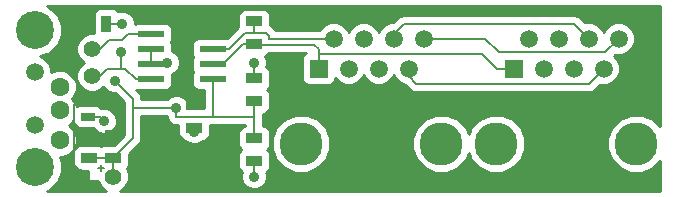
<source format=gbl>
G04 (created by PCBNEW-RS274X (2011-07-08)-stable) date Fri 25 Nov 2011 09:09:20 PM EST*
G01*
G70*
G90*
%MOIN*%
G04 Gerber Fmt 3.4, Leading zero omitted, Abs format*
%FSLAX34Y34*%
G04 APERTURE LIST*
%ADD10C,0.006000*%
%ADD11C,0.006300*%
%ADD12C,0.059100*%
%ADD13C,0.063000*%
%ADD14C,0.126600*%
%ADD15R,0.086600X0.023600*%
%ADD16R,0.055000X0.035000*%
%ADD17R,0.035000X0.055000*%
%ADD18R,0.045000X0.025000*%
%ADD19C,0.143700*%
%ADD20R,0.059100X0.059100*%
%ADD21C,0.055000*%
%ADD22C,0.035000*%
%ADD23C,0.008000*%
%ADD24C,0.010000*%
G04 APERTURE END LIST*
G54D10*
G54D11*
X31695Y-20306D02*
X31505Y-20306D01*
X31600Y-20401D02*
X31600Y-20211D01*
G54D12*
X29400Y-18886D03*
G54D13*
X30226Y-17606D03*
X30227Y-18394D03*
X30226Y-16622D03*
G54D14*
X29400Y-20283D03*
X29400Y-15717D03*
G54D13*
X30227Y-19378D03*
G54D12*
X29400Y-17114D03*
G54D15*
X33276Y-17350D03*
X33276Y-16850D03*
X33276Y-16350D03*
X33276Y-15850D03*
X35323Y-15850D03*
X35323Y-16350D03*
X35323Y-16850D03*
X35323Y-17350D03*
G54D16*
X31200Y-19975D03*
X31200Y-19225D03*
X36700Y-15425D03*
X36700Y-16175D03*
X36700Y-19325D03*
X36700Y-20075D03*
X36700Y-18075D03*
X36700Y-17325D03*
G54D17*
X31025Y-15500D03*
X31775Y-15500D03*
G54D16*
X34700Y-18975D03*
X34700Y-18225D03*
X32000Y-19975D03*
X32000Y-19225D03*
G54D18*
X31150Y-18600D03*
X31150Y-18000D03*
G54D19*
X42938Y-19500D03*
X38265Y-19500D03*
G54D20*
X38850Y-17000D03*
G54D12*
X39350Y-16000D03*
X39850Y-17000D03*
X40350Y-16000D03*
X40850Y-17000D03*
X41350Y-16000D03*
X41850Y-17000D03*
X42350Y-16000D03*
G54D19*
X49438Y-19500D03*
X44765Y-19500D03*
G54D20*
X45350Y-17000D03*
G54D12*
X45850Y-16000D03*
X46350Y-17000D03*
X46850Y-16000D03*
X47350Y-17000D03*
X47850Y-16000D03*
X48350Y-17000D03*
X48850Y-16000D03*
G54D21*
X30900Y-20600D03*
X31300Y-16350D03*
X31300Y-17250D03*
X32000Y-20600D03*
G54D22*
X34350Y-17350D03*
X31700Y-17800D03*
X32250Y-16450D03*
X32300Y-15500D03*
X33800Y-16800D03*
X36700Y-20600D03*
X36700Y-16800D03*
X34700Y-19100D03*
X31700Y-18750D03*
X34100Y-18300D03*
X32050Y-17400D03*
G54D23*
X35323Y-15850D02*
X34350Y-15850D01*
X34700Y-17700D02*
X34700Y-18225D01*
X34350Y-17350D02*
X34700Y-17700D01*
X31500Y-18000D02*
X31150Y-18000D01*
X31700Y-17800D02*
X31500Y-18000D01*
X30226Y-16876D02*
X30226Y-16622D01*
X31150Y-17800D02*
X30226Y-16876D01*
X31150Y-18000D02*
X31150Y-17800D01*
X30226Y-16399D02*
X31125Y-15500D01*
X30226Y-16622D02*
X30226Y-16399D01*
X31200Y-19225D02*
X32000Y-19225D01*
X31200Y-19225D02*
X31200Y-19300D01*
X31200Y-19225D02*
X30700Y-19225D01*
X30700Y-19225D02*
X30700Y-19200D01*
X30700Y-20400D02*
X30900Y-20600D01*
X30700Y-19225D02*
X30700Y-20400D01*
X30700Y-18200D02*
X30700Y-19200D01*
X30900Y-18000D02*
X30700Y-18200D01*
X31150Y-18000D02*
X30900Y-18000D01*
X30700Y-19200D02*
X30700Y-19225D01*
X34350Y-15400D02*
X34350Y-15850D01*
X33900Y-14950D02*
X34350Y-15400D01*
X31250Y-14950D02*
X33900Y-14950D01*
X31125Y-15075D02*
X31250Y-14950D01*
X31125Y-15500D02*
X31125Y-15075D01*
X34350Y-15850D02*
X34350Y-17350D01*
X41350Y-16000D02*
X41350Y-15850D01*
X47350Y-15500D02*
X47850Y-16000D01*
X41700Y-15500D02*
X47350Y-15500D01*
X41350Y-15850D02*
X41700Y-15500D01*
X32250Y-16450D02*
X32250Y-17000D01*
X31800Y-17000D02*
X32250Y-17000D01*
X31550Y-17250D02*
X31800Y-17000D01*
X31300Y-17250D02*
X31550Y-17250D01*
X32750Y-17350D02*
X33276Y-17350D01*
X32400Y-17000D02*
X32750Y-17350D01*
X32250Y-17000D02*
X32400Y-17000D01*
X32300Y-15500D02*
X31875Y-15500D01*
X38850Y-16500D02*
X44300Y-16500D01*
X44800Y-17000D02*
X45350Y-17000D01*
X44300Y-16500D02*
X44800Y-17000D01*
X36725Y-16200D02*
X36700Y-16175D01*
X37100Y-16200D02*
X36725Y-16200D01*
X36325Y-16175D02*
X36700Y-16175D01*
X35650Y-16850D02*
X36325Y-16175D01*
X35323Y-16850D02*
X35650Y-16850D01*
X37100Y-16200D02*
X36700Y-16200D01*
X38850Y-17000D02*
X38850Y-16500D01*
X38850Y-16500D02*
X38850Y-16470D01*
X38700Y-16200D02*
X37100Y-16200D01*
X38850Y-16350D02*
X38700Y-16200D01*
X38850Y-16470D02*
X38850Y-16350D01*
X41850Y-17000D02*
X41850Y-17250D01*
X47850Y-17500D02*
X48350Y-17000D01*
X42100Y-17500D02*
X47850Y-17500D01*
X41850Y-17250D02*
X42100Y-17500D01*
X33276Y-16850D02*
X33276Y-16350D01*
X33750Y-16850D02*
X33276Y-16850D01*
X33800Y-16800D02*
X33750Y-16850D01*
X36700Y-20600D02*
X36700Y-20075D01*
X36700Y-17325D02*
X36700Y-16800D01*
X34700Y-19100D02*
X34700Y-18975D01*
X32500Y-15850D02*
X33276Y-15850D01*
X32300Y-16050D02*
X32500Y-15850D01*
X31850Y-16050D02*
X32300Y-16050D01*
X31550Y-16350D02*
X31850Y-16050D01*
X31300Y-16350D02*
X31550Y-16350D01*
X31550Y-18600D02*
X31150Y-18600D01*
X31700Y-18750D02*
X31550Y-18600D01*
X42350Y-16000D02*
X44400Y-16000D01*
X48400Y-16450D02*
X48850Y-16000D01*
X44850Y-16450D02*
X48400Y-16450D01*
X44400Y-16000D02*
X44850Y-16450D01*
X37100Y-15800D02*
X36700Y-15800D01*
X37200Y-15900D02*
X37100Y-15800D01*
X37200Y-16000D02*
X37200Y-15900D01*
X39350Y-16000D02*
X37200Y-16000D01*
X36700Y-15800D02*
X36700Y-15425D01*
X36400Y-15800D02*
X36700Y-15800D01*
X35850Y-16350D02*
X36400Y-15800D01*
X35323Y-16350D02*
X35850Y-16350D01*
X35323Y-18550D02*
X35300Y-18600D01*
X35323Y-17350D02*
X35323Y-18550D01*
X36700Y-18600D02*
X36700Y-19325D01*
X36700Y-18600D02*
X36700Y-18075D01*
X34100Y-18300D02*
X32650Y-18300D01*
X32000Y-20600D02*
X32000Y-19975D01*
X32000Y-19975D02*
X31200Y-19975D01*
X32650Y-18000D02*
X32650Y-18300D01*
X32050Y-17400D02*
X32650Y-18000D01*
X32650Y-19325D02*
X32000Y-19975D01*
X32650Y-18300D02*
X32650Y-19325D01*
X34100Y-18600D02*
X35300Y-18600D01*
X34100Y-18300D02*
X34100Y-18600D01*
X35300Y-18600D02*
X36700Y-18600D01*
G54D10*
G36*
X31774Y-21075D02*
X29795Y-21075D01*
X29900Y-21032D01*
X30148Y-20784D01*
X30283Y-20459D01*
X30283Y-20108D01*
X30214Y-19943D01*
X30339Y-19943D01*
X30547Y-19857D01*
X30691Y-19712D01*
X30676Y-19750D01*
X30676Y-19849D01*
X30676Y-20199D01*
X30714Y-20291D01*
X30784Y-20361D01*
X30875Y-20399D01*
X30974Y-20399D01*
X31164Y-20399D01*
X31164Y-20757D01*
X31496Y-20757D01*
X31555Y-20897D01*
X31702Y-21045D01*
X31774Y-21075D01*
X31774Y-21075D01*
G37*
G54D24*
X31774Y-21075D02*
X29795Y-21075D01*
X29900Y-21032D01*
X30148Y-20784D01*
X30283Y-20459D01*
X30283Y-20108D01*
X30214Y-19943D01*
X30339Y-19943D01*
X30547Y-19857D01*
X30691Y-19712D01*
X30676Y-19750D01*
X30676Y-19849D01*
X30676Y-20199D01*
X30714Y-20291D01*
X30784Y-20361D01*
X30875Y-20399D01*
X30974Y-20399D01*
X31164Y-20399D01*
X31164Y-20757D01*
X31496Y-20757D01*
X31555Y-20897D01*
X31702Y-21045D01*
X31774Y-21075D01*
G54D10*
G36*
X50225Y-21075D02*
X45732Y-21075D01*
X45732Y-19693D01*
X45732Y-19308D01*
X45585Y-18953D01*
X45313Y-18680D01*
X44958Y-18533D01*
X44573Y-18533D01*
X44218Y-18680D01*
X43945Y-18952D01*
X43851Y-19178D01*
X43758Y-18953D01*
X43486Y-18680D01*
X43131Y-18533D01*
X42746Y-18533D01*
X42391Y-18680D01*
X42118Y-18952D01*
X41971Y-19307D01*
X41971Y-19692D01*
X42118Y-20047D01*
X42390Y-20320D01*
X42745Y-20467D01*
X43130Y-20467D01*
X43485Y-20320D01*
X43758Y-20048D01*
X43851Y-19821D01*
X43945Y-20047D01*
X44217Y-20320D01*
X44572Y-20467D01*
X44957Y-20467D01*
X45312Y-20320D01*
X45585Y-20048D01*
X45732Y-19693D01*
X45732Y-21075D01*
X39232Y-21075D01*
X39232Y-19693D01*
X39232Y-19308D01*
X39085Y-18953D01*
X38813Y-18680D01*
X38458Y-18533D01*
X38073Y-18533D01*
X37718Y-18680D01*
X37445Y-18952D01*
X37298Y-19307D01*
X37298Y-19692D01*
X37445Y-20047D01*
X37717Y-20320D01*
X38072Y-20467D01*
X38457Y-20467D01*
X38812Y-20320D01*
X39085Y-20048D01*
X39232Y-19693D01*
X39232Y-21075D01*
X32224Y-21075D01*
X32297Y-21045D01*
X32445Y-20898D01*
X32525Y-20705D01*
X32525Y-20496D01*
X32453Y-20323D01*
X32486Y-20291D01*
X32524Y-20200D01*
X32524Y-20101D01*
X32524Y-19861D01*
X32855Y-19530D01*
X32918Y-19436D01*
X32940Y-19325D01*
X32940Y-18590D01*
X33789Y-18590D01*
X33812Y-18613D01*
X33832Y-18711D01*
X33895Y-18805D01*
X33989Y-18868D01*
X34100Y-18890D01*
X34176Y-18890D01*
X34176Y-19199D01*
X34214Y-19291D01*
X34284Y-19361D01*
X34375Y-19399D01*
X34398Y-19399D01*
X34459Y-19460D01*
X34615Y-19525D01*
X34784Y-19525D01*
X34940Y-19461D01*
X35002Y-19399D01*
X35024Y-19399D01*
X35116Y-19361D01*
X35186Y-19291D01*
X35224Y-19200D01*
X35224Y-19101D01*
X35224Y-18890D01*
X35289Y-18890D01*
X35300Y-18890D01*
X36410Y-18890D01*
X36410Y-18901D01*
X36376Y-18901D01*
X36284Y-18939D01*
X36214Y-19009D01*
X36176Y-19100D01*
X36176Y-19199D01*
X36176Y-19549D01*
X36214Y-19641D01*
X36273Y-19700D01*
X36214Y-19759D01*
X36176Y-19850D01*
X36176Y-19949D01*
X36176Y-20299D01*
X36214Y-20391D01*
X36284Y-20461D01*
X36295Y-20465D01*
X36275Y-20515D01*
X36275Y-20684D01*
X36339Y-20840D01*
X36459Y-20960D01*
X36615Y-21025D01*
X36784Y-21025D01*
X36940Y-20961D01*
X37060Y-20841D01*
X37125Y-20685D01*
X37125Y-20516D01*
X37104Y-20465D01*
X37116Y-20461D01*
X37186Y-20391D01*
X37224Y-20300D01*
X37224Y-20201D01*
X37224Y-19851D01*
X37186Y-19759D01*
X37127Y-19700D01*
X37186Y-19641D01*
X37224Y-19550D01*
X37224Y-19451D01*
X37224Y-19101D01*
X37186Y-19009D01*
X37116Y-18939D01*
X37025Y-18901D01*
X36990Y-18901D01*
X36990Y-18600D01*
X36990Y-18499D01*
X37024Y-18499D01*
X37116Y-18461D01*
X37186Y-18391D01*
X37224Y-18300D01*
X37224Y-18201D01*
X37224Y-17851D01*
X37186Y-17759D01*
X37127Y-17700D01*
X37186Y-17641D01*
X37224Y-17550D01*
X37224Y-17451D01*
X37224Y-17101D01*
X37186Y-17009D01*
X37116Y-16939D01*
X37104Y-16934D01*
X37125Y-16885D01*
X37125Y-16716D01*
X37069Y-16580D01*
X37116Y-16561D01*
X37186Y-16491D01*
X37186Y-16490D01*
X38423Y-16490D01*
X38414Y-16494D01*
X38344Y-16564D01*
X38306Y-16655D01*
X38306Y-16754D01*
X38306Y-17344D01*
X38344Y-17436D01*
X38414Y-17506D01*
X38505Y-17544D01*
X38604Y-17544D01*
X39194Y-17544D01*
X39286Y-17506D01*
X39356Y-17436D01*
X39394Y-17345D01*
X39394Y-17313D01*
X39542Y-17461D01*
X39742Y-17544D01*
X39958Y-17544D01*
X40158Y-17461D01*
X40311Y-17308D01*
X40350Y-17214D01*
X40389Y-17308D01*
X40542Y-17461D01*
X40742Y-17544D01*
X40958Y-17544D01*
X41158Y-17461D01*
X41311Y-17308D01*
X41350Y-17214D01*
X41389Y-17308D01*
X41542Y-17461D01*
X41728Y-17538D01*
X41895Y-17705D01*
X41989Y-17768D01*
X42100Y-17790D01*
X47850Y-17790D01*
X47961Y-17768D01*
X48055Y-17705D01*
X48223Y-17536D01*
X48242Y-17544D01*
X48458Y-17544D01*
X48658Y-17461D01*
X48811Y-17308D01*
X48894Y-17108D01*
X48894Y-16892D01*
X48811Y-16692D01*
X48689Y-16570D01*
X48723Y-16536D01*
X48742Y-16544D01*
X48958Y-16544D01*
X49158Y-16461D01*
X49311Y-16308D01*
X49394Y-16108D01*
X49394Y-15892D01*
X49311Y-15692D01*
X49158Y-15539D01*
X48958Y-15456D01*
X48742Y-15456D01*
X48542Y-15539D01*
X48389Y-15692D01*
X48350Y-15785D01*
X48311Y-15692D01*
X48158Y-15539D01*
X47958Y-15456D01*
X47742Y-15456D01*
X47723Y-15463D01*
X47555Y-15295D01*
X47461Y-15232D01*
X47350Y-15210D01*
X41700Y-15210D01*
X41589Y-15232D01*
X41495Y-15295D01*
X41494Y-15295D01*
X41494Y-15296D01*
X41334Y-15456D01*
X41242Y-15456D01*
X41042Y-15539D01*
X40889Y-15692D01*
X40850Y-15785D01*
X40811Y-15692D01*
X40658Y-15539D01*
X40458Y-15456D01*
X40242Y-15456D01*
X40042Y-15539D01*
X39889Y-15692D01*
X39850Y-15785D01*
X39811Y-15692D01*
X39658Y-15539D01*
X39458Y-15456D01*
X39242Y-15456D01*
X39042Y-15539D01*
X38889Y-15692D01*
X38881Y-15710D01*
X37415Y-15710D01*
X37405Y-15695D01*
X37305Y-15595D01*
X37224Y-15540D01*
X37224Y-15201D01*
X37186Y-15109D01*
X37116Y-15039D01*
X37025Y-15001D01*
X36926Y-15001D01*
X36376Y-15001D01*
X36284Y-15039D01*
X36214Y-15109D01*
X36176Y-15200D01*
X36176Y-15299D01*
X36176Y-15614D01*
X35806Y-15983D01*
X35707Y-15983D01*
X34841Y-15983D01*
X34749Y-16021D01*
X34679Y-16091D01*
X34641Y-16182D01*
X34641Y-16281D01*
X34641Y-16517D01*
X34675Y-16599D01*
X34641Y-16682D01*
X34641Y-16781D01*
X34641Y-17017D01*
X34675Y-17099D01*
X34641Y-17182D01*
X34641Y-17281D01*
X34641Y-17517D01*
X34679Y-17609D01*
X34749Y-17679D01*
X34840Y-17717D01*
X34939Y-17717D01*
X35033Y-17717D01*
X35033Y-18310D01*
X34525Y-18310D01*
X34525Y-18216D01*
X34461Y-18060D01*
X34341Y-17940D01*
X34185Y-17875D01*
X34016Y-17875D01*
X33860Y-17939D01*
X33789Y-18010D01*
X32940Y-18010D01*
X32940Y-18000D01*
X32918Y-17889D01*
X32855Y-17795D01*
X32765Y-17705D01*
X32793Y-17717D01*
X32892Y-17717D01*
X33758Y-17717D01*
X33850Y-17679D01*
X33920Y-17609D01*
X33958Y-17518D01*
X33958Y-17419D01*
X33958Y-17194D01*
X34040Y-17161D01*
X34160Y-17041D01*
X34225Y-16885D01*
X34225Y-16716D01*
X34161Y-16560D01*
X34041Y-16440D01*
X33958Y-16405D01*
X33958Y-16183D01*
X33923Y-16100D01*
X33958Y-16018D01*
X33958Y-15919D01*
X33958Y-15683D01*
X33920Y-15591D01*
X33850Y-15521D01*
X33759Y-15483D01*
X33660Y-15483D01*
X32794Y-15483D01*
X32725Y-15511D01*
X32725Y-15416D01*
X32661Y-15260D01*
X32541Y-15140D01*
X32385Y-15075D01*
X32216Y-15075D01*
X32165Y-15095D01*
X32161Y-15084D01*
X32091Y-15014D01*
X32000Y-14976D01*
X31901Y-14976D01*
X31551Y-14976D01*
X31459Y-15014D01*
X31389Y-15084D01*
X31351Y-15175D01*
X31351Y-15274D01*
X31351Y-15824D01*
X31351Y-15825D01*
X31196Y-15825D01*
X31003Y-15905D01*
X30855Y-16052D01*
X30775Y-16245D01*
X30775Y-16454D01*
X30855Y-16647D01*
X31002Y-16795D01*
X31014Y-16800D01*
X31003Y-16805D01*
X30855Y-16952D01*
X30775Y-17145D01*
X30775Y-17354D01*
X30855Y-17547D01*
X31002Y-17695D01*
X31195Y-17775D01*
X31404Y-17775D01*
X31597Y-17695D01*
X31678Y-17614D01*
X31689Y-17640D01*
X31809Y-17760D01*
X31965Y-17825D01*
X32065Y-17825D01*
X32360Y-18120D01*
X32360Y-18300D01*
X32360Y-19205D01*
X32014Y-19551D01*
X31676Y-19551D01*
X31600Y-19582D01*
X31525Y-19551D01*
X31426Y-19551D01*
X30876Y-19551D01*
X30784Y-19589D01*
X30728Y-19644D01*
X30792Y-19491D01*
X30792Y-19266D01*
X30706Y-19058D01*
X30547Y-18899D01*
X30515Y-18885D01*
X30547Y-18873D01*
X30676Y-18744D01*
X30676Y-18774D01*
X30714Y-18866D01*
X30784Y-18936D01*
X30875Y-18974D01*
X30974Y-18974D01*
X31332Y-18974D01*
X31339Y-18990D01*
X31459Y-19110D01*
X31615Y-19175D01*
X31784Y-19175D01*
X31940Y-19111D01*
X32060Y-18991D01*
X32125Y-18835D01*
X32125Y-18666D01*
X32061Y-18510D01*
X31941Y-18390D01*
X31785Y-18325D01*
X31625Y-18325D01*
X31564Y-18312D01*
X31516Y-18264D01*
X31425Y-18226D01*
X31326Y-18226D01*
X30876Y-18226D01*
X30784Y-18263D01*
X30706Y-18074D01*
X30631Y-17999D01*
X30705Y-17926D01*
X30791Y-17719D01*
X30791Y-17494D01*
X30705Y-17286D01*
X30546Y-17127D01*
X30339Y-17041D01*
X30114Y-17041D01*
X29944Y-17111D01*
X29944Y-17006D01*
X29861Y-16806D01*
X29708Y-16653D01*
X29577Y-16598D01*
X29900Y-16466D01*
X30148Y-16218D01*
X30283Y-15893D01*
X30283Y-15542D01*
X30149Y-15217D01*
X29901Y-14969D01*
X29795Y-14925D01*
X50225Y-14925D01*
X50225Y-18919D01*
X49986Y-18680D01*
X49631Y-18533D01*
X49246Y-18533D01*
X48891Y-18680D01*
X48618Y-18952D01*
X48471Y-19307D01*
X48471Y-19692D01*
X48618Y-20047D01*
X48890Y-20320D01*
X49245Y-20467D01*
X49630Y-20467D01*
X49985Y-20320D01*
X50225Y-20080D01*
X50225Y-21075D01*
X50225Y-21075D01*
G37*
G54D24*
X50225Y-21075D02*
X45732Y-21075D01*
X45732Y-19693D01*
X45732Y-19308D01*
X45585Y-18953D01*
X45313Y-18680D01*
X44958Y-18533D01*
X44573Y-18533D01*
X44218Y-18680D01*
X43945Y-18952D01*
X43851Y-19178D01*
X43758Y-18953D01*
X43486Y-18680D01*
X43131Y-18533D01*
X42746Y-18533D01*
X42391Y-18680D01*
X42118Y-18952D01*
X41971Y-19307D01*
X41971Y-19692D01*
X42118Y-20047D01*
X42390Y-20320D01*
X42745Y-20467D01*
X43130Y-20467D01*
X43485Y-20320D01*
X43758Y-20048D01*
X43851Y-19821D01*
X43945Y-20047D01*
X44217Y-20320D01*
X44572Y-20467D01*
X44957Y-20467D01*
X45312Y-20320D01*
X45585Y-20048D01*
X45732Y-19693D01*
X45732Y-21075D01*
X39232Y-21075D01*
X39232Y-19693D01*
X39232Y-19308D01*
X39085Y-18953D01*
X38813Y-18680D01*
X38458Y-18533D01*
X38073Y-18533D01*
X37718Y-18680D01*
X37445Y-18952D01*
X37298Y-19307D01*
X37298Y-19692D01*
X37445Y-20047D01*
X37717Y-20320D01*
X38072Y-20467D01*
X38457Y-20467D01*
X38812Y-20320D01*
X39085Y-20048D01*
X39232Y-19693D01*
X39232Y-21075D01*
X32224Y-21075D01*
X32297Y-21045D01*
X32445Y-20898D01*
X32525Y-20705D01*
X32525Y-20496D01*
X32453Y-20323D01*
X32486Y-20291D01*
X32524Y-20200D01*
X32524Y-20101D01*
X32524Y-19861D01*
X32855Y-19530D01*
X32918Y-19436D01*
X32940Y-19325D01*
X32940Y-18590D01*
X33789Y-18590D01*
X33812Y-18613D01*
X33832Y-18711D01*
X33895Y-18805D01*
X33989Y-18868D01*
X34100Y-18890D01*
X34176Y-18890D01*
X34176Y-19199D01*
X34214Y-19291D01*
X34284Y-19361D01*
X34375Y-19399D01*
X34398Y-19399D01*
X34459Y-19460D01*
X34615Y-19525D01*
X34784Y-19525D01*
X34940Y-19461D01*
X35002Y-19399D01*
X35024Y-19399D01*
X35116Y-19361D01*
X35186Y-19291D01*
X35224Y-19200D01*
X35224Y-19101D01*
X35224Y-18890D01*
X35289Y-18890D01*
X35300Y-18890D01*
X36410Y-18890D01*
X36410Y-18901D01*
X36376Y-18901D01*
X36284Y-18939D01*
X36214Y-19009D01*
X36176Y-19100D01*
X36176Y-19199D01*
X36176Y-19549D01*
X36214Y-19641D01*
X36273Y-19700D01*
X36214Y-19759D01*
X36176Y-19850D01*
X36176Y-19949D01*
X36176Y-20299D01*
X36214Y-20391D01*
X36284Y-20461D01*
X36295Y-20465D01*
X36275Y-20515D01*
X36275Y-20684D01*
X36339Y-20840D01*
X36459Y-20960D01*
X36615Y-21025D01*
X36784Y-21025D01*
X36940Y-20961D01*
X37060Y-20841D01*
X37125Y-20685D01*
X37125Y-20516D01*
X37104Y-20465D01*
X37116Y-20461D01*
X37186Y-20391D01*
X37224Y-20300D01*
X37224Y-20201D01*
X37224Y-19851D01*
X37186Y-19759D01*
X37127Y-19700D01*
X37186Y-19641D01*
X37224Y-19550D01*
X37224Y-19451D01*
X37224Y-19101D01*
X37186Y-19009D01*
X37116Y-18939D01*
X37025Y-18901D01*
X36990Y-18901D01*
X36990Y-18600D01*
X36990Y-18499D01*
X37024Y-18499D01*
X37116Y-18461D01*
X37186Y-18391D01*
X37224Y-18300D01*
X37224Y-18201D01*
X37224Y-17851D01*
X37186Y-17759D01*
X37127Y-17700D01*
X37186Y-17641D01*
X37224Y-17550D01*
X37224Y-17451D01*
X37224Y-17101D01*
X37186Y-17009D01*
X37116Y-16939D01*
X37104Y-16934D01*
X37125Y-16885D01*
X37125Y-16716D01*
X37069Y-16580D01*
X37116Y-16561D01*
X37186Y-16491D01*
X37186Y-16490D01*
X38423Y-16490D01*
X38414Y-16494D01*
X38344Y-16564D01*
X38306Y-16655D01*
X38306Y-16754D01*
X38306Y-17344D01*
X38344Y-17436D01*
X38414Y-17506D01*
X38505Y-17544D01*
X38604Y-17544D01*
X39194Y-17544D01*
X39286Y-17506D01*
X39356Y-17436D01*
X39394Y-17345D01*
X39394Y-17313D01*
X39542Y-17461D01*
X39742Y-17544D01*
X39958Y-17544D01*
X40158Y-17461D01*
X40311Y-17308D01*
X40350Y-17214D01*
X40389Y-17308D01*
X40542Y-17461D01*
X40742Y-17544D01*
X40958Y-17544D01*
X41158Y-17461D01*
X41311Y-17308D01*
X41350Y-17214D01*
X41389Y-17308D01*
X41542Y-17461D01*
X41728Y-17538D01*
X41895Y-17705D01*
X41989Y-17768D01*
X42100Y-17790D01*
X47850Y-17790D01*
X47961Y-17768D01*
X48055Y-17705D01*
X48223Y-17536D01*
X48242Y-17544D01*
X48458Y-17544D01*
X48658Y-17461D01*
X48811Y-17308D01*
X48894Y-17108D01*
X48894Y-16892D01*
X48811Y-16692D01*
X48689Y-16570D01*
X48723Y-16536D01*
X48742Y-16544D01*
X48958Y-16544D01*
X49158Y-16461D01*
X49311Y-16308D01*
X49394Y-16108D01*
X49394Y-15892D01*
X49311Y-15692D01*
X49158Y-15539D01*
X48958Y-15456D01*
X48742Y-15456D01*
X48542Y-15539D01*
X48389Y-15692D01*
X48350Y-15785D01*
X48311Y-15692D01*
X48158Y-15539D01*
X47958Y-15456D01*
X47742Y-15456D01*
X47723Y-15463D01*
X47555Y-15295D01*
X47461Y-15232D01*
X47350Y-15210D01*
X41700Y-15210D01*
X41589Y-15232D01*
X41495Y-15295D01*
X41494Y-15295D01*
X41494Y-15296D01*
X41334Y-15456D01*
X41242Y-15456D01*
X41042Y-15539D01*
X40889Y-15692D01*
X40850Y-15785D01*
X40811Y-15692D01*
X40658Y-15539D01*
X40458Y-15456D01*
X40242Y-15456D01*
X40042Y-15539D01*
X39889Y-15692D01*
X39850Y-15785D01*
X39811Y-15692D01*
X39658Y-15539D01*
X39458Y-15456D01*
X39242Y-15456D01*
X39042Y-15539D01*
X38889Y-15692D01*
X38881Y-15710D01*
X37415Y-15710D01*
X37405Y-15695D01*
X37305Y-15595D01*
X37224Y-15540D01*
X37224Y-15201D01*
X37186Y-15109D01*
X37116Y-15039D01*
X37025Y-15001D01*
X36926Y-15001D01*
X36376Y-15001D01*
X36284Y-15039D01*
X36214Y-15109D01*
X36176Y-15200D01*
X36176Y-15299D01*
X36176Y-15614D01*
X35806Y-15983D01*
X35707Y-15983D01*
X34841Y-15983D01*
X34749Y-16021D01*
X34679Y-16091D01*
X34641Y-16182D01*
X34641Y-16281D01*
X34641Y-16517D01*
X34675Y-16599D01*
X34641Y-16682D01*
X34641Y-16781D01*
X34641Y-17017D01*
X34675Y-17099D01*
X34641Y-17182D01*
X34641Y-17281D01*
X34641Y-17517D01*
X34679Y-17609D01*
X34749Y-17679D01*
X34840Y-17717D01*
X34939Y-17717D01*
X35033Y-17717D01*
X35033Y-18310D01*
X34525Y-18310D01*
X34525Y-18216D01*
X34461Y-18060D01*
X34341Y-17940D01*
X34185Y-17875D01*
X34016Y-17875D01*
X33860Y-17939D01*
X33789Y-18010D01*
X32940Y-18010D01*
X32940Y-18000D01*
X32918Y-17889D01*
X32855Y-17795D01*
X32765Y-17705D01*
X32793Y-17717D01*
X32892Y-17717D01*
X33758Y-17717D01*
X33850Y-17679D01*
X33920Y-17609D01*
X33958Y-17518D01*
X33958Y-17419D01*
X33958Y-17194D01*
X34040Y-17161D01*
X34160Y-17041D01*
X34225Y-16885D01*
X34225Y-16716D01*
X34161Y-16560D01*
X34041Y-16440D01*
X33958Y-16405D01*
X33958Y-16183D01*
X33923Y-16100D01*
X33958Y-16018D01*
X33958Y-15919D01*
X33958Y-15683D01*
X33920Y-15591D01*
X33850Y-15521D01*
X33759Y-15483D01*
X33660Y-15483D01*
X32794Y-15483D01*
X32725Y-15511D01*
X32725Y-15416D01*
X32661Y-15260D01*
X32541Y-15140D01*
X32385Y-15075D01*
X32216Y-15075D01*
X32165Y-15095D01*
X32161Y-15084D01*
X32091Y-15014D01*
X32000Y-14976D01*
X31901Y-14976D01*
X31551Y-14976D01*
X31459Y-15014D01*
X31389Y-15084D01*
X31351Y-15175D01*
X31351Y-15274D01*
X31351Y-15824D01*
X31351Y-15825D01*
X31196Y-15825D01*
X31003Y-15905D01*
X30855Y-16052D01*
X30775Y-16245D01*
X30775Y-16454D01*
X30855Y-16647D01*
X31002Y-16795D01*
X31014Y-16800D01*
X31003Y-16805D01*
X30855Y-16952D01*
X30775Y-17145D01*
X30775Y-17354D01*
X30855Y-17547D01*
X31002Y-17695D01*
X31195Y-17775D01*
X31404Y-17775D01*
X31597Y-17695D01*
X31678Y-17614D01*
X31689Y-17640D01*
X31809Y-17760D01*
X31965Y-17825D01*
X32065Y-17825D01*
X32360Y-18120D01*
X32360Y-18300D01*
X32360Y-19205D01*
X32014Y-19551D01*
X31676Y-19551D01*
X31600Y-19582D01*
X31525Y-19551D01*
X31426Y-19551D01*
X30876Y-19551D01*
X30784Y-19589D01*
X30728Y-19644D01*
X30792Y-19491D01*
X30792Y-19266D01*
X30706Y-19058D01*
X30547Y-18899D01*
X30515Y-18885D01*
X30547Y-18873D01*
X30676Y-18744D01*
X30676Y-18774D01*
X30714Y-18866D01*
X30784Y-18936D01*
X30875Y-18974D01*
X30974Y-18974D01*
X31332Y-18974D01*
X31339Y-18990D01*
X31459Y-19110D01*
X31615Y-19175D01*
X31784Y-19175D01*
X31940Y-19111D01*
X32060Y-18991D01*
X32125Y-18835D01*
X32125Y-18666D01*
X32061Y-18510D01*
X31941Y-18390D01*
X31785Y-18325D01*
X31625Y-18325D01*
X31564Y-18312D01*
X31516Y-18264D01*
X31425Y-18226D01*
X31326Y-18226D01*
X30876Y-18226D01*
X30784Y-18263D01*
X30706Y-18074D01*
X30631Y-17999D01*
X30705Y-17926D01*
X30791Y-17719D01*
X30791Y-17494D01*
X30705Y-17286D01*
X30546Y-17127D01*
X30339Y-17041D01*
X30114Y-17041D01*
X29944Y-17111D01*
X29944Y-17006D01*
X29861Y-16806D01*
X29708Y-16653D01*
X29577Y-16598D01*
X29900Y-16466D01*
X30148Y-16218D01*
X30283Y-15893D01*
X30283Y-15542D01*
X30149Y-15217D01*
X29901Y-14969D01*
X29795Y-14925D01*
X50225Y-14925D01*
X50225Y-18919D01*
X49986Y-18680D01*
X49631Y-18533D01*
X49246Y-18533D01*
X48891Y-18680D01*
X48618Y-18952D01*
X48471Y-19307D01*
X48471Y-19692D01*
X48618Y-20047D01*
X48890Y-20320D01*
X49245Y-20467D01*
X49630Y-20467D01*
X49985Y-20320D01*
X50225Y-20080D01*
X50225Y-21075D01*
M02*

</source>
